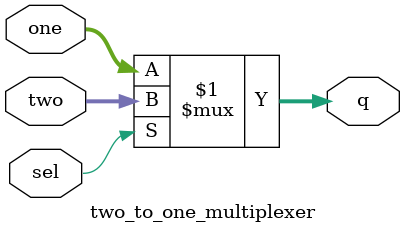
<source format=sv>
`timescale 1ns / 1ps


module two_to_one_multiplexer
#(parameter width = 16)
(
    input logic [width - 1:0] one,
    input logic [width - 1:0] two,
    
    input logic sel,
    
    output logic [width - 1:0] q

    
    );
    
    
    assign q = sel ? two : one;
endmodule

</source>
